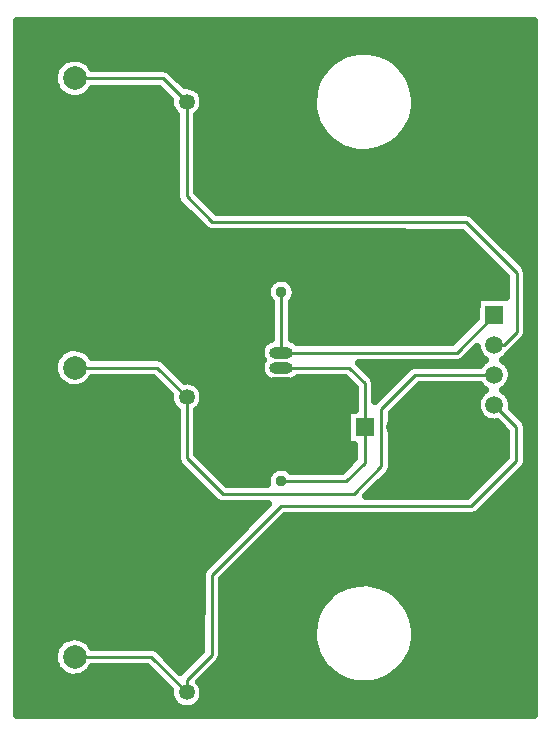
<source format=gtl>
G04 DipTrace 2.4.0.2*
%INanalog-bnc_v10_Top.GTL*%
%MOIN*%
%ADD13C,0.01*%
%ADD14C,0.025*%
%ADD16C,0.0374*%
%ADD17C,0.0531*%
%ADD18C,0.0787*%
%ADD19C,0.1378*%
%ADD20R,0.0591X0.0591*%
%ADD21C,0.0591*%
%ADD22O,0.0787X0.0394*%
%FSLAX44Y44*%
G04*
G70*
G90*
G75*
G01*
%LNTop*%
%LPD*%
X12992Y18272D2*
D13*
Y16248D1*
X18835D1*
X20091Y17504D1*
X4803Y26693D2*
X7402D1*
X4803D2*
Y24094D1*
X7402D1*
Y26693D2*
X9724D1*
X9843Y26575D1*
X4803Y17047D2*
X7402D1*
X4803Y24094D2*
Y17047D1*
Y14449D1*
X7402D1*
Y17047D2*
X9528D1*
X9843Y16732D1*
X4803Y7402D2*
X7402D1*
X4803D2*
Y4803D1*
X7402D1*
Y7402D2*
X9331D1*
X9843Y6890D1*
X12992Y15248D2*
Y13224D1*
X16785Y13754D2*
X19841D1*
X20091Y13504D1*
X12992Y19524D2*
X12634D1*
X9843Y16732D1*
X6102Y25394D2*
X9055D1*
X9843Y24606D1*
X20091Y16504D2*
X20402D1*
X20835Y16937D1*
Y18911D1*
X19150Y20596D1*
X10695D1*
X9835Y21457D1*
Y24598D1*
X9843Y24606D1*
X6102Y15748D2*
X8858D1*
X9843Y14764D1*
X20091Y15504D2*
X17463D1*
X16331Y14372D1*
Y12461D1*
X15404Y11533D1*
X11037D1*
X9848Y12722D1*
Y14758D1*
X9843Y14764D1*
X6102Y6102D2*
X8661D1*
X9843Y4921D1*
Y5344D1*
X10677Y6179D1*
Y8831D1*
X12982Y11136D1*
X19333D1*
X20833Y12636D1*
Y13762D1*
X20091Y14504D1*
X12992Y15748D2*
X15256D1*
X15781Y15222D1*
Y13758D1*
X15785Y13754D1*
X12992Y11972D2*
X15157D1*
X15770Y12585D1*
Y13738D1*
X15785Y13754D1*
X4205Y27067D2*
D14*
X21384D1*
X4205Y26819D2*
X21384D1*
X4205Y26570D2*
X21384D1*
X4205Y26321D2*
X21384D1*
X4205Y26073D2*
X5977D1*
X6227D2*
X14860D1*
X16637D2*
X21384D1*
X4205Y25824D2*
X5544D1*
X6660D2*
X14536D1*
X16961D2*
X21384D1*
X4205Y25575D2*
X5415D1*
X9383D2*
X14325D1*
X17172D2*
X21384D1*
X4205Y25326D2*
X5395D1*
X9633D2*
X14181D1*
X17313D2*
X21384D1*
X4205Y25078D2*
X5470D1*
X10168D2*
X14087D1*
X17406D2*
X21384D1*
X4205Y24829D2*
X5688D1*
X6516D2*
X9110D1*
X10379D2*
X14036D1*
X17461D2*
X21384D1*
X4205Y24580D2*
X9259D1*
X10426D2*
X14020D1*
X17473D2*
X21384D1*
X4205Y24332D2*
X9333D1*
X10352D2*
X14044D1*
X17453D2*
X21384D1*
X4205Y24083D2*
X9466D1*
X10203D2*
X14106D1*
X17391D2*
X21384D1*
X4205Y23834D2*
X9466D1*
X10203D2*
X14208D1*
X17289D2*
X21384D1*
X4205Y23586D2*
X9466D1*
X10203D2*
X14364D1*
X17133D2*
X21384D1*
X4205Y23337D2*
X9466D1*
X10203D2*
X14591D1*
X16906D2*
X21384D1*
X4205Y23088D2*
X9466D1*
X10203D2*
X14954D1*
X16539D2*
X21384D1*
X4205Y22840D2*
X9466D1*
X10203D2*
X21384D1*
X4205Y22591D2*
X9466D1*
X10203D2*
X21384D1*
X4205Y22342D2*
X9466D1*
X10203D2*
X21384D1*
X4205Y22094D2*
X9466D1*
X10203D2*
X21384D1*
X4205Y21845D2*
X9466D1*
X10203D2*
X21384D1*
X4205Y21596D2*
X9466D1*
X10203D2*
X21384D1*
X4205Y21347D2*
X9485D1*
X10453D2*
X21384D1*
X4205Y21099D2*
X9684D1*
X10703D2*
X21384D1*
X4205Y20850D2*
X9931D1*
X19406D2*
X21384D1*
X4205Y20601D2*
X10181D1*
X19652D2*
X21384D1*
X4205Y20353D2*
X10431D1*
X19902D2*
X21384D1*
X4205Y20104D2*
X19134D1*
X20152D2*
X21384D1*
X4205Y19855D2*
X19380D1*
X20398D2*
X21384D1*
X4205Y19607D2*
X19630D1*
X20648D2*
X21384D1*
X4205Y19358D2*
X19880D1*
X20898D2*
X21384D1*
X4205Y19109D2*
X20126D1*
X21141D2*
X21384D1*
X4205Y18861D2*
X20376D1*
X21203D2*
X21384D1*
X4205Y18612D2*
X12630D1*
X13356D2*
X20466D1*
X21203D2*
X21384D1*
X4205Y18363D2*
X12497D1*
X13488D2*
X20466D1*
X21203D2*
X21384D1*
X4205Y18115D2*
X12513D1*
X13469D2*
X20466D1*
X21203D2*
X21384D1*
X4205Y17866D2*
X12626D1*
X13359D2*
X19477D1*
X21203D2*
X21384D1*
X4205Y17617D2*
X12626D1*
X13359D2*
X19477D1*
X21203D2*
X21384D1*
X4205Y17368D2*
X12626D1*
X13359D2*
X19446D1*
X21203D2*
X21384D1*
X4205Y17120D2*
X12626D1*
X13359D2*
X19196D1*
X21203D2*
X21384D1*
X4205Y16871D2*
X12626D1*
X13359D2*
X18950D1*
X21195D2*
X21384D1*
X4205Y16622D2*
X12454D1*
X13527D2*
X18700D1*
X21027D2*
X21384D1*
X4205Y16374D2*
X5798D1*
X6410D2*
X12298D1*
X20781D2*
X21384D1*
X4205Y16125D2*
X5505D1*
X6699D2*
X12298D1*
X19223D2*
X19618D1*
X20566D2*
X21384D1*
X4205Y15876D2*
X5403D1*
X9238D2*
X12298D1*
X15637D2*
X19610D1*
X20570D2*
X21384D1*
X4205Y15628D2*
X5403D1*
X9488D2*
X12298D1*
X15887D2*
X17079D1*
X20691D2*
X21384D1*
X4205Y15379D2*
X5501D1*
X6707D2*
X8720D1*
X9738D2*
X12450D1*
X13535D2*
X15114D1*
X16109D2*
X16829D1*
X20691D2*
X21384D1*
X4205Y15130D2*
X5778D1*
X6426D2*
X8966D1*
X10289D2*
X15364D1*
X16148D2*
X16579D1*
X17598D2*
X19610D1*
X20570D2*
X21384D1*
X4205Y14882D2*
X9216D1*
X10414D2*
X15415D1*
X16148D2*
X16333D1*
X17348D2*
X19614D1*
X20566D2*
X21384D1*
X4205Y14633D2*
X9274D1*
X10410D2*
X15415D1*
X17102D2*
X19493D1*
X20688D2*
X21384D1*
X4205Y14384D2*
X9407D1*
X10277D2*
X15415D1*
X16852D2*
X19489D1*
X20719D2*
X21384D1*
X4205Y14135D2*
X9481D1*
X10215D2*
X15173D1*
X16699D2*
X19606D1*
X20969D2*
X21384D1*
X4205Y13887D2*
X9481D1*
X10215D2*
X15173D1*
X16699D2*
X20200D1*
X21176D2*
X21384D1*
X4205Y13638D2*
X9481D1*
X10215D2*
X15173D1*
X16699D2*
X20446D1*
X21199D2*
X21384D1*
X4205Y13389D2*
X9481D1*
X10215D2*
X15173D1*
X16699D2*
X20466D1*
X21199D2*
X21384D1*
X4205Y13141D2*
X9481D1*
X10215D2*
X15403D1*
X16699D2*
X20466D1*
X21199D2*
X21384D1*
X4205Y12892D2*
X9481D1*
X10215D2*
X15403D1*
X16699D2*
X20466D1*
X21199D2*
X21384D1*
X4205Y12643D2*
X9489D1*
X10438D2*
X15321D1*
X16699D2*
X20333D1*
X21199D2*
X21384D1*
X4205Y12395D2*
X9669D1*
X10684D2*
X12739D1*
X13242D2*
X15071D1*
X16691D2*
X20083D1*
X21102D2*
X21384D1*
X4205Y12146D2*
X9915D1*
X10934D2*
X12520D1*
X16523D2*
X19833D1*
X20852D2*
X21384D1*
X4205Y11897D2*
X10165D1*
X11184D2*
X12493D1*
X16277D2*
X19587D1*
X20602D2*
X21384D1*
X4205Y11649D2*
X10415D1*
X16027D2*
X19337D1*
X20356D2*
X21384D1*
X4205Y11400D2*
X10661D1*
X20106D2*
X21384D1*
X4205Y11151D2*
X12489D1*
X19856D2*
X21384D1*
X4205Y10903D2*
X12239D1*
X19609D2*
X21384D1*
X4205Y10654D2*
X11993D1*
X13008D2*
X21384D1*
X4205Y10405D2*
X11743D1*
X12762D2*
X21384D1*
X4205Y10156D2*
X11493D1*
X12512D2*
X21384D1*
X4205Y9908D2*
X11247D1*
X12262D2*
X21384D1*
X4205Y9659D2*
X10997D1*
X12016D2*
X21384D1*
X4205Y9410D2*
X10747D1*
X11766D2*
X21384D1*
X4205Y9162D2*
X10501D1*
X11516D2*
X21384D1*
X4205Y8913D2*
X10321D1*
X11270D2*
X21384D1*
X4205Y8664D2*
X10309D1*
X11043D2*
X21384D1*
X4205Y8416D2*
X10309D1*
X11043D2*
X14970D1*
X16523D2*
X21384D1*
X4205Y8167D2*
X10309D1*
X11043D2*
X14598D1*
X16895D2*
X21384D1*
X4205Y7918D2*
X10309D1*
X11043D2*
X14368D1*
X17129D2*
X21384D1*
X4205Y7670D2*
X10309D1*
X11043D2*
X14212D1*
X17285D2*
X21384D1*
X4205Y7421D2*
X10309D1*
X11043D2*
X14106D1*
X17391D2*
X21384D1*
X4205Y7172D2*
X10309D1*
X11043D2*
X14044D1*
X17449D2*
X21384D1*
X4205Y6924D2*
X10309D1*
X11043D2*
X14024D1*
X17473D2*
X21384D1*
X4205Y6675D2*
X5700D1*
X6504D2*
X10309D1*
X11043D2*
X14036D1*
X17461D2*
X21384D1*
X4205Y6426D2*
X5473D1*
X8797D2*
X10309D1*
X11043D2*
X14087D1*
X17410D2*
X21384D1*
X4205Y6177D2*
X5395D1*
X9094D2*
X10165D1*
X11043D2*
X14177D1*
X17316D2*
X21384D1*
X4205Y5929D2*
X5415D1*
X9344D2*
X9919D1*
X10938D2*
X14321D1*
X17176D2*
X21384D1*
X4205Y5680D2*
X5536D1*
X6668D2*
X8575D1*
X10688D2*
X14528D1*
X16969D2*
X21384D1*
X4205Y5431D2*
X5934D1*
X6270D2*
X8825D1*
X10438D2*
X14848D1*
X16648D2*
X21384D1*
X4205Y5183D2*
X9071D1*
X10359D2*
X21384D1*
X4205Y4934D2*
X9259D1*
X10426D2*
X21384D1*
X4205Y4685D2*
X9313D1*
X10375D2*
X21384D1*
X4205Y4437D2*
X9540D1*
X10145D2*
X21384D1*
X4205Y4188D2*
X21384D1*
X13455Y18148D2*
X13408Y18033D1*
X13335Y17937D1*
Y16713D1*
X13378Y16699D1*
X13486Y16637D1*
X13533Y16590D1*
X18691Y16591D1*
X19501Y17399D1*
X19503Y18092D1*
X20491D1*
X20492Y18769D1*
X19010Y20252D1*
X15275Y20254D1*
X10695D1*
X10573Y20277D1*
X10453Y20354D1*
X9592Y21215D1*
X9522Y21317D1*
X9492Y21457D1*
Y24172D1*
X9408Y24256D1*
X9341Y24361D1*
X9299Y24479D1*
X9284Y24603D1*
X9292Y24676D1*
X8913Y25052D1*
X6700Y25051D1*
X6614Y24937D1*
X6523Y24852D1*
X6418Y24784D1*
X6302Y24737D1*
X6180Y24712D1*
X6055Y24709D1*
X5932Y24729D1*
X5814Y24771D1*
X5706Y24833D1*
X5611Y24914D1*
X5533Y25011D1*
X5473Y25121D1*
X5434Y25239D1*
X5417Y25363D1*
X5423Y25488D1*
X5451Y25609D1*
X5501Y25724D1*
X5571Y25827D1*
X5658Y25916D1*
X5760Y25988D1*
X5873Y26041D1*
X5994Y26071D1*
X6119Y26080D1*
X6243Y26065D1*
X6362Y26029D1*
X6473Y25971D1*
X6571Y25895D1*
X6654Y25801D1*
X6693Y25738D1*
X9055Y25736D1*
X9177Y25714D1*
X9297Y25636D1*
X9775Y25158D1*
X9837Y25165D1*
X9961Y25152D1*
X10079Y25112D1*
X10186Y25047D1*
X10275Y24960D1*
X10342Y24855D1*
X10385Y24738D1*
X10401Y24606D1*
X10387Y24482D1*
X10346Y24365D1*
X10279Y24259D1*
X10175Y24160D1*
X10177Y22098D1*
Y21595D1*
X10836Y20939D1*
X19150D1*
X19272Y20916D1*
X19392Y20839D1*
X21077Y19154D1*
X21147Y19051D1*
X21177Y18911D1*
Y16937D1*
X21155Y16815D1*
X21077Y16695D1*
X20641Y16260D1*
X20563Y16154D1*
X20478Y16062D1*
X20398Y16006D1*
X20519Y15906D1*
X20594Y15807D1*
X20647Y15693D1*
X20674Y15572D1*
X20678Y15504D1*
X20665Y15380D1*
X20626Y15261D1*
X20563Y15154D1*
X20478Y15062D1*
X20398Y15006D1*
X20519Y14906D1*
X20594Y14807D1*
X20647Y14693D1*
X20674Y14572D1*
X20678Y14504D1*
X20668Y14407D1*
X21075Y14004D1*
X21145Y13902D1*
X21175Y13762D1*
Y12636D1*
X21153Y12514D1*
X21075Y12394D1*
X19575Y10894D1*
X19472Y10823D1*
X19333Y10793D1*
X13126D1*
X11018Y8687D1*
X11020Y6179D1*
X10997Y6057D1*
X10919Y5937D1*
X10265Y5282D1*
X10342Y5170D1*
X10385Y5052D1*
X10401Y4921D1*
X10387Y4797D1*
X10346Y4680D1*
X10279Y4574D1*
X10191Y4485D1*
X10086Y4419D1*
X9968Y4377D1*
X9844Y4363D1*
X9720Y4377D1*
X9602Y4417D1*
X9497Y4483D1*
X9408Y4571D1*
X9341Y4676D1*
X9299Y4794D1*
X9284Y4918D1*
X9292Y4991D1*
X8520Y5759D1*
X6697Y5760D1*
X6614Y5645D1*
X6523Y5560D1*
X6418Y5493D1*
X6302Y5446D1*
X6180Y5421D1*
X6055Y5418D1*
X5932Y5438D1*
X5814Y5480D1*
X5706Y5542D1*
X5611Y5623D1*
X5533Y5720D1*
X5473Y5829D1*
X5434Y5948D1*
X5417Y6072D1*
X5423Y6196D1*
X5451Y6318D1*
X5501Y6432D1*
X5571Y6536D1*
X5658Y6625D1*
X5760Y6697D1*
X5873Y6749D1*
X5994Y6780D1*
X6119Y6788D1*
X6243Y6774D1*
X6362Y6737D1*
X6473Y6680D1*
X6571Y6603D1*
X6654Y6510D1*
X6693Y6447D1*
X8661Y6445D1*
X8784Y6422D1*
X8904Y6345D1*
X9630Y5618D1*
X10332Y6319D1*
X10335Y8679D1*
Y8831D1*
X10357Y8953D1*
X10435Y9073D1*
X12554Y11191D1*
X11037D1*
X10915Y11214D1*
X10795Y11291D1*
X9606Y12480D1*
X9536Y12583D1*
X9506Y12722D1*
Y14320D1*
X9408Y14413D1*
X9341Y14519D1*
X9299Y14636D1*
X9284Y14760D1*
X9292Y14834D1*
X8714Y15408D1*
X7108Y15406D1*
X6698D1*
X6614Y15291D1*
X6523Y15206D1*
X6418Y15139D1*
X6302Y15092D1*
X6180Y15066D1*
X6055Y15063D1*
X5932Y15083D1*
X5814Y15125D1*
X5706Y15188D1*
X5611Y15269D1*
X5533Y15366D1*
X5473Y15475D1*
X5434Y15594D1*
X5417Y15717D1*
X5423Y15842D1*
X5451Y15964D1*
X5501Y16078D1*
X5571Y16182D1*
X5658Y16271D1*
X5760Y16343D1*
X5873Y16395D1*
X5994Y16426D1*
X6119Y16434D1*
X6243Y16420D1*
X6362Y16383D1*
X6473Y16326D1*
X6571Y16249D1*
X6654Y16156D1*
X6693Y16092D1*
X8858Y16091D1*
X8981Y16068D1*
X9100Y15990D1*
X9772Y15319D1*
X9837Y15322D1*
X9961Y15309D1*
X10079Y15269D1*
X10186Y15204D1*
X10275Y15117D1*
X10342Y15012D1*
X10385Y14895D1*
X10401Y14764D1*
X10387Y14640D1*
X10346Y14522D1*
X10279Y14416D1*
X10188Y14326D1*
X10191Y13133D1*
Y12863D1*
X11182Y11874D1*
X12526Y11876D1*
X12513Y11966D1*
X12527Y12090D1*
X12573Y12206D1*
X12648Y12306D1*
X12745Y12383D1*
X12859Y12433D1*
X12983Y12452D1*
X13106Y12438D1*
X13223Y12393D1*
X13326Y12316D1*
X15019Y12315D1*
X15426Y12726D1*
X15427Y13167D1*
X15198Y13166D1*
Y14342D1*
X15436D1*
X15439Y15082D1*
X15111Y15408D1*
X13756Y15406D1*
X13541D1*
X13444Y15331D1*
X13331Y15280D1*
X13188Y15261D1*
X12795Y15259D1*
X12690Y15270D1*
X12572Y15312D1*
X12470Y15383D1*
X12388Y15477D1*
X12333Y15589D1*
X12307Y15711D1*
X12314Y15835D1*
X12351Y15954D1*
X12378Y15997D1*
X12333Y16089D1*
X12307Y16211D1*
X12314Y16335D1*
X12351Y16454D1*
X12418Y16560D1*
X12509Y16645D1*
X12618Y16704D1*
X12652Y16713D1*
X12650Y17498D1*
Y17939D1*
X12580Y18027D1*
X12531Y18142D1*
X12513Y18265D1*
X12527Y18389D1*
X12573Y18505D1*
X12648Y18605D1*
X12745Y18683D1*
X12859Y18732D1*
X12983Y18751D1*
X13106Y18737D1*
X13223Y18692D1*
X13323Y18618D1*
X13401Y18521D1*
X13452Y18407D1*
X13472Y18272D1*
X13455Y18148D1*
X19784Y16003D2*
X19682Y16081D1*
X19602Y16177D1*
X19544Y16288D1*
X19509Y16435D1*
X19077Y16006D1*
X18974Y15935D1*
X18835Y15906D1*
X15586Y15902D1*
X16024Y15465D1*
X16094Y15362D1*
X16124Y15222D1*
Y14648D1*
X17220Y15746D1*
X17323Y15817D1*
X17463Y15846D1*
X19615D1*
X19725Y15964D1*
X19787Y16004D1*
X19784Y15003D2*
X19682Y15081D1*
X19615Y15162D1*
X17602Y15161D1*
X16674Y14231D1*
X16673Y12461D1*
X16651Y12338D1*
X16573Y12218D1*
X15830Y11475D1*
X16607Y11478D1*
X19189D1*
X20491Y12778D1*
X20490Y13616D1*
X20184Y13926D1*
X20139Y13918D1*
X20014Y13921D1*
X19893Y13950D1*
X19780Y14005D1*
X19682Y14081D1*
X19602Y14177D1*
X19544Y14288D1*
X19511Y14408D1*
X19503Y14532D1*
X19523Y14656D1*
X19568Y14772D1*
X19636Y14876D1*
X19725Y14964D1*
X19787Y15004D1*
X17445Y24481D2*
X17408Y24234D1*
X17336Y23995D1*
X17229Y23769D1*
X17091Y23562D1*
X16923Y23376D1*
X16730Y23217D1*
X16516Y23089D1*
X16286Y22992D1*
X16044Y22931D1*
X15795Y22906D1*
X15546Y22917D1*
X15300Y22965D1*
X15065Y23048D1*
X14844Y23165D1*
X14643Y23313D1*
X14465Y23489D1*
X14316Y23689D1*
X14197Y23908D1*
X14111Y24143D1*
X14061Y24388D1*
X14047Y24637D1*
X14070Y24886D1*
X14129Y25129D1*
X14223Y25360D1*
X14350Y25575D1*
X14507Y25769D1*
X14690Y25939D1*
X14897Y26079D1*
X15122Y26188D1*
X15360Y26263D1*
X15607Y26302D1*
X15857Y26304D1*
X16104Y26270D1*
X16344Y26200D1*
X16571Y26095D1*
X16780Y25959D1*
X16967Y25793D1*
X17127Y25602D1*
X17258Y25389D1*
X17357Y25159D1*
X17420Y24918D1*
X17448Y24670D1*
X17445Y24481D1*
Y6765D2*
X17408Y6518D1*
X17336Y6279D1*
X17229Y6053D1*
X17091Y5845D1*
X16923Y5660D1*
X16730Y5501D1*
X16516Y5372D1*
X16286Y5276D1*
X16044Y5215D1*
X15795Y5189D1*
X15546Y5201D1*
X15300Y5249D1*
X15065Y5332D1*
X14844Y5449D1*
X14643Y5597D1*
X14465Y5772D1*
X14316Y5972D1*
X14197Y6192D1*
X14111Y6426D1*
X14061Y6671D1*
X14047Y6921D1*
X14070Y7169D1*
X14129Y7412D1*
X14223Y7643D1*
X14350Y7859D1*
X14507Y8053D1*
X14690Y8222D1*
X14897Y8363D1*
X15122Y8471D1*
X15360Y8546D1*
X15607Y8585D1*
X15857Y8587D1*
X16104Y8553D1*
X16344Y8483D1*
X16571Y8379D1*
X16780Y8242D1*
X16967Y8077D1*
X17127Y7885D1*
X17258Y7673D1*
X17357Y7443D1*
X17420Y7201D1*
X17448Y6953D1*
X17445Y6765D1*
X21285Y27316D2*
X4180D1*
Y4180D1*
X21410D1*
Y27316D1*
X21285D1*
D16*
X12992Y18272D3*
Y19524D3*
Y11972D3*
Y13224D3*
D17*
X9843Y24606D3*
Y26575D3*
Y14764D3*
Y16732D3*
Y4921D3*
Y6890D3*
D18*
X6102Y25394D3*
D19*
X4803Y26693D3*
X7402D3*
Y24094D3*
X4803D3*
D18*
X6102Y15748D3*
D19*
X4803Y17047D3*
X7402D3*
Y14449D3*
X4803D3*
D18*
X6102Y6102D3*
D19*
X4803Y7402D3*
X7402D3*
Y4803D3*
X4803D3*
D20*
X20091Y17504D3*
D21*
Y16504D3*
Y15504D3*
Y14504D3*
Y13504D3*
G36*
X13287Y15051D2*
X13386Y15150D1*
Y15346D1*
X13287Y15445D1*
X12697D1*
X12598Y15346D1*
Y15150D1*
X12697Y15051D1*
X13287D1*
G37*
D22*
X12992Y15748D3*
Y16248D3*
D20*
X15785Y13754D3*
D21*
X16785D3*
M02*

</source>
